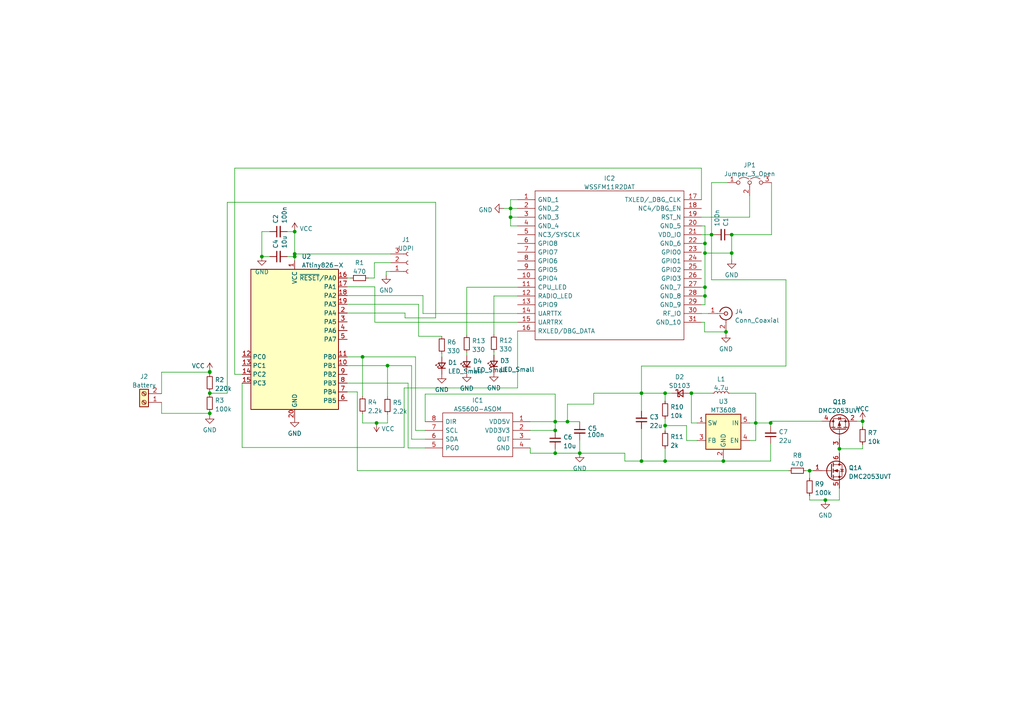
<source format=kicad_sch>
(kicad_sch (version 20211123) (generator eeschema)
  (paper "A4")
  (lib_symbols
    (symbol "AS5600-ASOM:AS5600-ASOM" (pin_names (offset 0.762))
      (property "Reference" "IC" (at 26.67 7.62 0))
      (property "Value" "AS5600-ASOM" (at 26.67 5.08 0))
      (symbol "AS5600-ASOM_0_0"
        (pin passive line (at 0 0 0) (length 5.08) (name "VDD5V") (number "1"))
        (pin passive line (at 0 -2.54 0) (length 5.08) (name "VDD3V3") (number "2"))
        (pin passive line (at 0 -5.08 0) (length 5.08) (name "OUT") (number "3"))
        (pin passive line (at 0 -7.62 0) (length 5.08) (name "GND") (number "4"))
        (pin passive line (at 30.48 -7.62 180) (length 5.08) (name "PGO") (number "5"))
        (pin passive line (at 30.48 -5.08 180) (length 5.08) (name "SDA") (number "6"))
        (pin passive line (at 30.48 -2.54 180) (length 5.08) (name "SCL") (number "7"))
        (pin passive line (at 30.48 0 180) (length 5.08) (name "DIR") (number "8"))
      )
      (symbol "AS5600-ASOM_0_1"
        (polyline (pts (xy 5.08 2.54) (xy 25.4 2.54) (xy 25.4 -10.16) (xy 5.08 -10.16) (xy 5.08 2.54)) (stroke (width 0.1524)))
      )
    )
    (symbol "Connector:Conn_01x03_Female" (pin_names (offset 1.016) hide)
      (property "Reference" "J" (at 0 5.08 0))
      (property "Value" "Conn_01x03_Female" (at 0 -5.08 0))
      (symbol "Conn_01x03_Female_1_1"
        (arc (start 0 -2.032) (mid -0.508 -2.54) (end 0 -3.048) (stroke (width 0.1524)))
        (polyline (pts (xy -1.27 -2.54) (xy -0.508 -2.54)) (stroke (width 0.1524)))
        (polyline (pts (xy -1.27 0) (xy -0.508 0)) (stroke (width 0.1524)))
        (polyline (pts (xy -1.27 2.54) (xy -0.508 2.54)) (stroke (width 0.1524)))
        (arc (start 0 0.508) (mid -0.508 0) (end 0 -0.508) (stroke (width 0.1524)))
        (arc (start 0 3.048) (mid -0.508 2.54) (end 0 2.032) (stroke (width 0.1524)))
        (pin passive line (at -5.08 2.54 0) (length 3.81) (name "Pin_1") (number "1"))
        (pin passive line (at -5.08 0 0) (length 3.81) (name "Pin_2") (number "2"))
        (pin passive line (at -5.08 -2.54 0) (length 3.81) (name "Pin_3") (number "3"))
      )
    )
    (symbol "Connector:Conn_Coaxial" (pin_names (offset 1.016) hide)
      (property "Reference" "J" (at 0.254 3.048 0))
      (property "Value" "Conn_Coaxial" (at 2.921 0 90))
      (symbol "Conn_Coaxial_0_1"
        (arc (start -1.778 -0.508) (mid 0.2311 -1.8066) (end 1.778 0) (stroke (width 0.254)))
        (polyline (pts (xy -2.54 0) (xy -0.508 0)))
        (polyline (pts (xy 0 -2.54) (xy 0 -1.778)))
        (circle (center 0 0) (radius 0.508) (stroke (width 0.2032)))
        (arc (start 1.778 0) (mid 0.2099 1.8101) (end -1.778 0.508) (stroke (width 0.254)))
      )
      (symbol "Conn_Coaxial_1_1"
        (pin passive line (at -5.08 0 0) (length 2.54) (name "In") (number "1"))
        (pin passive line (at 0 -5.08 90) (length 2.54) (name "Ext") (number "2"))
      )
    )
    (symbol "Connector:Screw_Terminal_01x02" (pin_names (offset 1.016) hide)
      (property "Reference" "J" (at 0 2.54 0))
      (property "Value" "Screw_Terminal_01x02" (at 0 -5.08 0))
      (symbol "Screw_Terminal_01x02_1_1"
        (rectangle (start -1.27 1.27) (end 1.27 -3.81) (stroke (width 0.254)) (fill (type background)))
        (circle (center 0 -2.54) (radius 0.635) (stroke (width 0.1524)))
        (polyline (pts (xy -0.5334 -2.2098) (xy 0.3302 -3.048)) (stroke (width 0.1524)))
        (polyline (pts (xy -0.5334 0.3302) (xy 0.3302 -0.508)) (stroke (width 0.1524)))
        (polyline (pts (xy -0.3556 -2.032) (xy 0.508 -2.8702)) (stroke (width 0.1524)))
        (polyline (pts (xy -0.3556 0.508) (xy 0.508 -0.3302)) (stroke (width 0.1524)))
        (circle (center 0 0) (radius 0.635) (stroke (width 0.1524)))
        (pin passive line (at -5.08 0 0) (length 3.81) (name "Pin_1") (number "1"))
        (pin passive line (at -5.08 -2.54 0) (length 3.81) (name "Pin_2") (number "2"))
      )
    )
    (symbol "Device:C_Small" (pin_numbers hide) (pin_names (offset 0.254) hide)
      (property "Reference" "C" (at 0.254 1.778 0))
      (property "Value" "C_Small" (at 0.254 -2.032 0))
      (symbol "C_Small_0_1"
        (polyline (pts (xy -1.524 -0.508) (xy 1.524 -0.508)) (stroke (width 0.3302)))
        (polyline (pts (xy -1.524 0.508) (xy 1.524 0.508)) (stroke (width 0.3048)))
      )
      (symbol "C_Small_1_1"
        (pin passive line (at 0 2.54 270) (length 2.032) (name "~") (number "1"))
        (pin passive line (at 0 -2.54 90) (length 2.032) (name "~") (number "2"))
      )
    )
    (symbol "Device:D_Schottky_Small" (pin_numbers hide) (pin_names (offset 0.254) hide)
      (property "Reference" "D" (at -1.27 2.032 0))
      (property "Value" "D_Schottky_Small" (at -7.112 -2.032 0))
      (symbol "D_Schottky_Small_0_1"
        (polyline (pts (xy -0.762 0) (xy 0.762 0)))
        (polyline (pts (xy 0.762 -1.016) (xy -0.762 0) (xy 0.762 1.016) (xy 0.762 -1.016)) (stroke (width 0.254)))
        (polyline (pts (xy -1.27 0.762) (xy -1.27 1.016) (xy -0.762 1.016) (xy -0.762 -1.016) (xy -0.254 -1.016) (xy -0.254 -0.762)) (stroke (width 0.254)))
      )
      (symbol "D_Schottky_Small_1_1"
        (pin passive line (at -2.54 0 0) (length 1.778) (name "K") (number "1"))
        (pin passive line (at 2.54 0 180) (length 1.778) (name "A") (number "2"))
      )
    )
    (symbol "Device:LED_Small" (pin_numbers hide) (pin_names (offset 0.254) hide)
      (property "Reference" "D" (at -1.27 3.175 0))
      (property "Value" "LED_Small" (at -4.445 -2.54 0))
      (symbol "LED_Small_0_1"
        (polyline (pts (xy -0.762 -1.016) (xy -0.762 1.016)) (stroke (width 0.254)))
        (polyline (pts (xy 1.016 0) (xy -0.762 0)))
        (polyline (pts (xy 0.762 -1.016) (xy -0.762 0) (xy 0.762 1.016) (xy 0.762 -1.016)) (stroke (width 0.254)))
        (polyline (pts (xy 0 0.762) (xy -0.508 1.27) (xy -0.254 1.27) (xy -0.508 1.27) (xy -0.508 1.016)))
        (polyline (pts (xy 0.508 1.27) (xy 0 1.778) (xy 0.254 1.778) (xy 0 1.778) (xy 0 1.524)))
      )
      (symbol "LED_Small_1_1"
        (pin passive line (at -2.54 0 0) (length 1.778) (name "K") (number "1"))
        (pin passive line (at 2.54 0 180) (length 1.778) (name "A") (number "2"))
      )
    )
    (symbol "Device:L_Small" (pin_numbers hide) (pin_names (offset 0.254) hide)
      (property "Reference" "L" (at 0.762 1.016 0))
      (property "Value" "L_Small" (at 0.762 -1.016 0))
      (symbol "L_Small_0_1"
        (arc (start 0 -2.032) (mid 0.508 -1.524) (end 0 -1.016))
        (arc (start 0 -1.016) (mid 0.508 -0.508) (end 0 0))
        (arc (start 0 0) (mid 0.508 0.508) (end 0 1.016))
        (arc (start 0 1.016) (mid 0.508 1.524) (end 0 2.032))
      )
      (symbol "L_Small_1_1"
        (pin passive line (at 0 2.54 270) (length 0.508) (name "~") (number "1"))
        (pin passive line (at 0 -2.54 90) (length 0.508) (name "~") (number "2"))
      )
    )
    (symbol "Device:R_Small" (pin_numbers hide) (pin_names (offset 0.254) hide)
      (property "Reference" "R" (at 0.762 0.508 0))
      (property "Value" "R_Small" (at 0.762 -1.016 0))
      (symbol "R_Small_0_1"
        (rectangle (start -0.762 1.778) (end 0.762 -1.778) (stroke (width 0.2032)))
      )
      (symbol "R_Small_1_1"
        (pin passive line (at 0 2.54 270) (length 0.762) (name "~") (number "1"))
        (pin passive line (at 0 -2.54 90) (length 0.762) (name "~") (number "2"))
      )
    )
    (symbol "Jumper:Jumper_3_Open" (pin_names (offset 0) hide)
      (property "Reference" "JP" (at -2.54 -2.54 0))
      (property "Value" "Jumper_3_Open" (at 0 2.794 0))
      (symbol "Jumper_3_Open_0_0"
        (circle (center -3.302 0) (radius 0.508))
        (circle (center 0 0) (radius 0.508))
        (circle (center 3.302 0) (radius 0.508))
      )
      (symbol "Jumper_3_Open_0_1"
        (arc (start -0.254 1.016) (mid -1.651 1.4992) (end -3.048 1.016))
        (polyline (pts (xy 0 -0.508) (xy 0 -1.27)))
        (arc (start 3.048 1.016) (mid 1.651 1.4992) (end 0.254 1.016))
      )
      (symbol "Jumper_3_Open_1_1"
        (pin passive line (at -6.35 0 0) (length 2.54) (name "A") (number "1"))
        (pin passive line (at 0 -3.81 90) (length 2.54) (name "C") (number "2"))
        (pin passive line (at 6.35 0 180) (length 2.54) (name "B") (number "3"))
      )
    )
    (symbol "MCU_Microchip_ATtiny:ATtiny826-X"
      (property "Reference" "U" (at -12.7 21.59 0))
      (property "Value" "ATtiny826-X" (at 2.54 -21.59 0))
      (symbol "ATtiny826-X_0_1"
        (rectangle (start -12.7 -20.32) (end 12.7 20.32) (stroke (width 0.254)) (fill (type background)))
      )
      (symbol "ATtiny826-X_1_1"
        (pin power_in line (at 0 22.86 270) (length 2.54) (name "VCC") (number "1"))
        (pin bidirectional line (at 15.24 -7.62 180) (length 2.54) (name "PB1") (number "10"))
        (pin bidirectional line (at 15.24 -5.08 180) (length 2.54) (name "PB0") (number "11"))
        (pin bidirectional line (at -15.24 -5.08 0) (length 2.54) (name "PC0") (number "12"))
        (pin bidirectional line (at -15.24 -7.62 0) (length 2.54) (name "PC1") (number "13"))
        (pin bidirectional line (at -15.24 -10.16 0) (length 2.54) (name "PC2") (number "14"))
        (pin bidirectional line (at -15.24 -12.7 0) (length 2.54) (name "PC3") (number "15"))
        (pin bidirectional line (at 15.24 17.78 180) (length 2.54) (name "~{RESET}/PA0") (number "16"))
        (pin bidirectional line (at 15.24 15.24 180) (length 2.54) (name "PA1") (number "17"))
        (pin bidirectional line (at 15.24 12.7 180) (length 2.54) (name "PA2") (number "18"))
        (pin bidirectional line (at 15.24 10.16 180) (length 2.54) (name "PA3") (number "19"))
        (pin bidirectional line (at 15.24 7.62 180) (length 2.54) (name "PA4") (number "2"))
        (pin power_in line (at 0 -22.86 90) (length 2.54) (name "GND") (number "20"))
        (pin bidirectional line (at 15.24 5.08 180) (length 2.54) (name "PA5") (number "3"))
        (pin bidirectional line (at 15.24 2.54 180) (length 2.54) (name "PA6") (number "4"))
        (pin bidirectional line (at 15.24 0 180) (length 2.54) (name "PA7") (number "5"))
        (pin bidirectional line (at 15.24 -17.78 180) (length 2.54) (name "PB5") (number "6"))
        (pin bidirectional line (at 15.24 -15.24 180) (length 2.54) (name "PB4") (number "7"))
        (pin bidirectional line (at 15.24 -12.7 180) (length 2.54) (name "PB3") (number "8"))
        (pin bidirectional line (at 15.24 -10.16 180) (length 2.54) (name "PB2") (number "9"))
      )
    )
    (symbol "Regulator_Switching:MT3608"
      (property "Reference" "U" (at -2.54 8.89 0))
      (property "Value" "MT3608" (at -3.81 6.35 0))
      (symbol "MT3608_0_1"
        (rectangle (start -5.08 5.08) (end 5.08 -5.08) (stroke (width 0.254)) (fill (type background)))
      )
      (symbol "MT3608_1_1"
        (pin passive line (at 7.62 2.54 180) (length 2.54) (name "SW") (number "1"))
        (pin power_in line (at 0 -7.62 90) (length 2.54) (name "GND") (number "2"))
        (pin input line (at 7.62 -2.54 180) (length 2.54) (name "FB") (number "3"))
        (pin input line (at -7.62 -2.54 0) (length 2.54) (name "EN") (number "4"))
        (pin power_in line (at -7.62 2.54 0) (length 2.54) (name "IN") (number "5"))
        (pin no_connect line (at 5.08 0 180) (length 2.54) hide (name "NC") (number "6"))
      )
    )
    (symbol "Transistor_FET:DMC2053UVT" (pin_names hide)
      (property "Reference" "Q" (at 3.175 1.27 0))
      (property "Value" "DMC2053UVT" (at 3.175 -1.27 0))
      (symbol "DMC2053UVT_0_1"
        (circle (center -0.889 0) (radius 2.794) (stroke (width 0.254)))
        (circle (center 0 -1.778) (radius 0.254) (fill (type outline)))
        (polyline (pts (xy -2.286 0) (xy -5.08 0)))
        (polyline (pts (xy -2.286 1.905) (xy -2.286 -1.905)) (stroke (width 0.254)))
        (polyline (pts (xy -1.778 -1.27) (xy -1.778 -2.286)) (stroke (width 0.254)))
        (polyline (pts (xy -1.778 0.508) (xy -1.778 -0.508)) (stroke (width 0.254)))
        (polyline (pts (xy -1.778 2.286) (xy -1.778 1.27)) (stroke (width 0.254)))
        (polyline (pts (xy 0 2.54) (xy 0 1.778)))
        (polyline (pts (xy 0 -2.54) (xy 0 0) (xy -1.778 0)))
        (polyline (pts (xy -1.778 -1.778) (xy 0.762 -1.778) (xy 0.762 1.778) (xy -1.778 1.778)))
        (circle (center 0 1.778) (radius 0.254) (fill (type outline)))
      )
      (symbol "DMC2053UVT_1_1"
        (polyline (pts (xy -1.524 0) (xy -0.508 0.381) (xy -0.508 -0.381) (xy -1.524 0)) (fill (type outline)))
        (polyline (pts (xy 0.254 0.508) (xy 0.381 0.381) (xy 1.143 0.381) (xy 1.27 0.254)))
        (polyline (pts (xy 0.762 0.381) (xy 0.381 -0.254) (xy 1.143 -0.254) (xy 0.762 0.381)))
        (pin passive line (at -7.62 0 0) (length 2.54) (name "G") (number "1"))
        (pin passive line (at 0 -5.08 90) (length 2.54) (name "S") (number "5"))
        (pin passive line (at 0 5.08 270) (length 2.54) (name "D") (number "6"))
      )
      (symbol "DMC2053UVT_2_1"
        (polyline (pts (xy -0.254 0) (xy -1.27 0.381) (xy -1.27 -0.381) (xy -0.254 0)) (fill (type outline)))
        (polyline (pts (xy 0.254 -0.508) (xy 0.381 -0.381) (xy 1.143 -0.381) (xy 1.27 -0.254)))
        (polyline (pts (xy 0.762 -0.381) (xy 0.381 0.254) (xy 1.143 0.254) (xy 0.762 -0.381)))
        (pin passive line (at 0 -5.08 90) (length 2.54) (name "S") (number "2"))
        (pin passive line (at -7.62 0 0) (length 2.54) (name "G") (number "3"))
        (pin passive line (at 0 5.08 270) (length 2.54) (name "D") (number "4"))
      )
    )
    (symbol "WSSFM11R2DAT:WSSFM11R2DAT" (pin_names (offset 0.762))
      (property "Reference" "IC" (at 49.53 7.62 0))
      (property "Value" "WSSFM11R2DAT" (at 49.53 5.08 0))
      (symbol "WSSFM11R2DAT_0_0"
        (pin passive line (at 0 0 0) (length 5.08) (name "GND_1") (number "1"))
        (pin passive line (at 0 -22.86 0) (length 5.08) (name "GPIO4") (number "10"))
        (pin passive line (at 0 -25.4 0) (length 5.08) (name "CPU_LED") (number "11"))
        (pin passive line (at 0 -27.94 0) (length 5.08) (name "RADIO_LED") (number "12"))
        (pin passive line (at 0 -30.48 0) (length 5.08) (name "GPIO9") (number "13"))
        (pin passive line (at 0 -33.02 0) (length 5.08) (name "UARTTX") (number "14"))
        (pin passive line (at 0 -35.56 0) (length 5.08) (name "UARTRX") (number "15"))
        (pin passive line (at 0 -38.1 0) (length 5.08) (name "RXLED/DBG_DATA") (number "16"))
        (pin passive line (at 53.34 0 180) (length 5.08) (name "TXLED/_DBG_CLK") (number "17"))
        (pin passive line (at 53.34 -2.54 180) (length 5.08) (name "NC4/DBG_EN") (number "18"))
        (pin passive line (at 53.34 -5.08 180) (length 5.08) (name "RST_N") (number "19"))
        (pin passive line (at 0 -2.54 0) (length 5.08) (name "GND_2") (number "2"))
        (pin passive line (at 53.34 -7.62 180) (length 5.08) (name "GND_5") (number "20"))
        (pin passive line (at 53.34 -10.16 180) (length 5.08) (name "VDD_IO") (number "21"))
        (pin passive line (at 53.34 -12.7 180) (length 5.08) (name "GND_6") (number "22"))
        (pin passive line (at 53.34 -15.24 180) (length 5.08) (name "GPIO0") (number "23"))
        (pin passive line (at 53.34 -17.78 180) (length 5.08) (name "GPIO1") (number "24"))
        (pin passive line (at 53.34 -20.32 180) (length 5.08) (name "GPIO2") (number "25"))
        (pin passive line (at 53.34 -22.86 180) (length 5.08) (name "GPIO3") (number "26"))
        (pin passive line (at 53.34 -25.4 180) (length 5.08) (name "GND_7") (number "27"))
        (pin passive line (at 53.34 -27.94 180) (length 5.08) (name "GND_8") (number "28"))
        (pin passive line (at 53.34 -30.48 180) (length 5.08) (name "GND_9") (number "29"))
        (pin passive line (at 0 -5.08 0) (length 5.08) (name "GND_3") (number "3"))
        (pin passive line (at 53.34 -33.02 180) (length 5.08) (name "RF_IO") (number "30"))
        (pin passive line (at 53.34 -35.56 180) (length 5.08) (name "GND_10") (number "31"))
        (pin passive line (at 0 -7.62 0) (length 5.08) (name "GND_4") (number "4"))
        (pin passive line (at 0 -10.16 0) (length 5.08) (name "NC3/SYSCLK") (number "5"))
        (pin passive line (at 0 -12.7 0) (length 5.08) (name "GPIO8") (number "6"))
        (pin passive line (at 0 -15.24 0) (length 5.08) (name "GPIO7") (number "7"))
        (pin passive line (at 0 -17.78 0) (length 5.08) (name "GPIO6") (number "8"))
        (pin passive line (at 0 -20.32 0) (length 5.08) (name "GPIO5") (number "9"))
      )
      (symbol "WSSFM11R2DAT_0_1"
        (polyline (pts (xy 5.08 2.54) (xy 48.26 2.54) (xy 48.26 -40.64) (xy 5.08 -40.64) (xy 5.08 2.54)) (stroke (width 0.1524)))
      )
    )
    (symbol "power:GND" (power) (pin_names (offset 0))
      (property "Value" "GND" (at 0 -3.81 0))
      (symbol "GND_0_1"
        (polyline (pts (xy 0 0) (xy 0 -1.27) (xy 1.27 -1.27) (xy 0 -2.54) (xy -1.27 -1.27) (xy 0 -1.27)))
      )
      (symbol "GND_1_1"
        (pin power_in line (at 0 0 270) (length 0) hide (name "GND") (number "1"))
      )
    )
    (symbol "power:VCC" (power) (pin_names (offset 0))
      (property "Value" "VCC" (at 0 3.81 0))
      (symbol "VCC_0_1"
        (polyline (pts (xy -0.762 1.27) (xy 0 2.54)))
        (polyline (pts (xy 0 0) (xy 0 2.54)))
        (polyline (pts (xy 0 2.54) (xy 0.762 1.27)))
      )
      (symbol "VCC_1_1"
        (pin power_in line (at 0 0 90) (length 0) hide (name "VCC") (number "1"))
      )
    )
  )
  (junction (at 204.47 83.312))
  (junction (at 250.19 122.174))
  (junction (at 85.471 73.66))
  (junction (at 148.082 62.992))
  (junction (at 239.395 145.034))
  (junction (at 112.395 106.045))
  (junction (at 223.52 122.682))
  (junction (at 204.47 70.612))
  (junction (at 186.055 133.731))
  (junction (at 206.375 68.072))
  (junction (at 60.833 119.888))
  (junction (at 210.566 96.266))
  (junction (at 200.533 114.046))
  (junction (at 192.913 123.444))
  (junction (at 234.823 136.525))
  (junction (at 168.148 131.445))
  (junction (at 219.202 122.682))
  (junction (at 105.156 103.505))
  (junction (at 148.082 60.452))
  (junction (at 85.471 74.422))
  (junction (at 209.804 133.731))
  (junction (at 161.036 122.301))
  (junction (at 109.22 122.682))
  (junction (at 212.217 73.406))
  (junction (at 161.036 124.841))
  (junction (at 164.592 122.301))
  (junction (at 75.946 74.422))
  (junction (at 212.217 68.072))
  (junction (at 186.055 114.046))
  (junction (at 192.913 114.046))
  (junction (at 60.833 114.046))
  (junction (at 192.913 133.731))
  (junction (at 60.833 107.823))
  (junction (at 85.471 67.183))
  (junction (at 60.833 107.95))
  (junction (at 161.036 131.445))
  (junction (at 243.459 130.175))
  (junction (at 204.47 85.852))
  (junction (at 204.47 73.406))
  (wire (pts (xy 135.382 102.235) (xy 135.382 103.124)))
  (wire (pts (xy 46.863 114.173) (xy 46.863 107.95)))
  (wire (pts (xy 204.47 83.312) (xy 204.47 85.852)))
  (wire (pts (xy 112.395 122.682) (xy 109.22 122.682)))
  (wire (pts (xy 105.156 103.505) (xy 105.156 114.935)))
  (wire (pts (xy 243.459 141.605) (xy 243.459 145.034)))
  (wire (pts (xy 203.454 85.852) (xy 204.47 85.852)))
  (wire (pts (xy 210.566 96.266) (xy 210.566 96.774)))
  (wire (pts (xy 75.946 67.183) (xy 75.946 74.422)))
  (wire (pts (xy 150.114 93.472) (xy 108.712 93.472)))
  (wire (pts (xy 68.072 48.768) (xy 203.454 48.768)))
  (wire (pts (xy 121.412 97.536) (xy 121.412 88.265)))
  (wire (pts (xy 46.863 107.95) (xy 60.833 107.95)))
  (wire (pts (xy 206.375 68.072) (xy 207.137 68.072)))
  (wire (pts (xy 168.148 131.445) (xy 181.229 131.445)))
  (wire (pts (xy 60.833 119.888) (xy 60.833 120.269)))
  (wire (pts (xy 239.395 145.034) (xy 234.823 145.034)))
  (wire (pts (xy 192.913 130.048) (xy 192.913 133.731)))
  (wire (pts (xy 203.454 65.532) (xy 204.47 65.532)))
  (wire (pts (xy 192.913 133.731) (xy 209.804 133.731)))
  (wire (pts (xy 65.913 114.046) (xy 60.833 114.046)))
  (wire (pts (xy 228.727 136.525) (xy 103.632 136.525)))
  (wire (pts (xy 234.823 136.525) (xy 234.823 138.684)))
  (wire (pts (xy 108.585 76.2) (xy 108.585 80.645)))
  (wire (pts (xy 122.682 85.725) (xy 100.711 85.725)))
  (wire (pts (xy 223.52 122.174) (xy 223.52 122.682)))
  (wire (pts (xy 204.47 65.532) (xy 204.47 70.612)))
  (wire (pts (xy 146.05 60.452) (xy 148.082 60.452)))
  (wire (pts (xy 250.19 123.825) (xy 250.19 122.174)))
  (wire (pts (xy 219.202 122.682) (xy 223.52 122.682)))
  (wire (pts (xy 85.471 67.183) (xy 83.312 67.183)))
  (wire (pts (xy 123.317 127.381) (xy 119.38 127.381)))
  (wire (pts (xy 206.629 114.046) (xy 200.533 114.046)))
  (wire (pts (xy 172.212 114.046) (xy 172.212 117.221)))
  (wire (pts (xy 117.221 112.522) (xy 117.221 129.794)))
  (wire (pts (xy 128.143 102.616) (xy 128.143 103.505)))
  (wire (pts (xy 164.592 117.221) (xy 172.212 117.221)))
  (wire (pts (xy 217.424 127.762) (xy 219.202 127.762)))
  (wire (pts (xy 153.797 129.921) (xy 153.797 131.445)))
  (wire (pts (xy 85.471 73.66) (xy 85.471 74.422)))
  (wire (pts (xy 223.774 68.072) (xy 212.217 68.072)))
  (wire (pts (xy 206.375 52.959) (xy 211.074 52.959)))
  (wire (pts (xy 112.014 78.74) (xy 113.284 78.74)))
  (wire (pts (xy 164.592 122.301) (xy 164.592 117.221)))
  (wire (pts (xy 206.375 68.072) (xy 206.375 52.959)))
  (wire (pts (xy 122.682 90.932) (xy 122.682 85.725)))
  (wire (pts (xy 203.454 90.932) (xy 205.486 90.932)))
  (wire (pts (xy 168.148 131.445) (xy 168.148 127.635)))
  (wire (pts (xy 46.863 119.888) (xy 60.833 119.888)))
  (wire (pts (xy 199.136 127.762) (xy 199.136 123.444)))
  (wire (pts (xy 250.19 130.175) (xy 243.459 130.175)))
  (wire (pts (xy 153.797 122.301) (xy 161.036 122.301)))
  (wire (pts (xy 108.712 93.472) (xy 108.712 83.185)))
  (wire (pts (xy 192.913 114.046) (xy 194.818 114.046)))
  (wire (pts (xy 161.036 131.445) (xy 168.148 131.445)))
  (wire (pts (xy 223.52 133.731) (xy 209.804 133.731)))
  (wire (pts (xy 121.412 88.265) (xy 100.711 88.265)))
  (wire (pts (xy 112.395 120.142) (xy 112.395 122.682)))
  (wire (pts (xy 204.47 70.612) (xy 204.47 73.406)))
  (wire (pts (xy 148.082 62.992) (xy 150.114 62.992)))
  (wire (pts (xy 148.082 65.532) (xy 148.082 62.992)))
  (wire (pts (xy 219.202 114.046) (xy 219.202 122.682)))
  (wire (pts (xy 103.632 136.525) (xy 103.632 113.665)))
  (wire (pts (xy 112.014 79.756) (xy 112.014 78.74)))
  (wire (pts (xy 150.114 90.932) (xy 122.682 90.932)))
  (wire (pts (xy 113.284 76.2) (xy 108.585 76.2)))
  (wire (pts (xy 126.365 58.674) (xy 126.365 92.202)))
  (wire (pts (xy 148.082 60.452) (xy 150.114 60.452)))
  (wire (pts (xy 118.364 129.921) (xy 118.364 111.125)))
  (wire (pts (xy 204.343 96.266) (xy 210.566 96.266)))
  (wire (pts (xy 217.424 62.992) (xy 217.424 56.769)))
  (wire (pts (xy 164.592 122.301) (xy 168.148 122.301)))
  (wire (pts (xy 143.256 97.028) (xy 143.256 85.852)))
  (wire (pts (xy 153.797 124.841) (xy 161.036 124.841)))
  (wire (pts (xy 65.913 58.674) (xy 126.365 58.674)))
  (wire (pts (xy 181.229 131.445) (xy 181.229 133.731)))
  (wire (pts (xy 200.533 122.682) (xy 202.184 122.682)))
  (wire (pts (xy 199.136 123.444) (xy 192.913 123.444)))
  (wire (pts (xy 143.256 85.852) (xy 150.114 85.852)))
  (wire (pts (xy 60.833 107.823) (xy 60.833 107.95)))
  (wire (pts (xy 109.22 122.682) (xy 105.156 122.682)))
  (wire (pts (xy 204.47 70.612) (xy 203.454 70.612)))
  (wire (pts (xy 60.833 113.538) (xy 60.833 114.046)))
  (wire (pts (xy 108.712 83.185) (xy 100.711 83.185)))
  (wire (pts (xy 192.913 121.412) (xy 192.913 123.444)))
  (wire (pts (xy 204.47 73.406) (xy 212.217 73.406)))
  (wire (pts (xy 250.19 128.905) (xy 250.19 130.175)))
  (wire (pts (xy 181.229 133.731) (xy 186.055 133.731)))
  (wire (pts (xy 203.454 83.312) (xy 204.47 83.312)))
  (wire (pts (xy 212.217 73.406) (xy 212.217 75.311)))
  (wire (pts (xy 123.317 124.841) (xy 120.523 124.841)))
  (wire (pts (xy 235.839 136.525) (xy 234.823 136.525)))
  (wire (pts (xy 233.807 136.525) (xy 234.823 136.525)))
  (wire (pts (xy 126.365 92.202) (xy 117.475 92.202)))
  (wire (pts (xy 250.19 122.174) (xy 248.539 122.174)))
  (wire (pts (xy 161.036 130.175) (xy 161.036 131.445)))
  (wire (pts (xy 219.202 122.682) (xy 217.424 122.682)))
  (wire (pts (xy 75.946 74.422) (xy 78.232 74.422)))
  (wire (pts (xy 68.072 108.585) (xy 70.231 108.585)))
  (wire (pts (xy 150.114 65.532) (xy 148.082 65.532)))
  (wire (pts (xy 150.114 112.522) (xy 117.221 112.522)))
  (wire (pts (xy 117.475 92.202) (xy 117.475 90.805)))
  (wire (pts (xy 60.833 119.507) (xy 60.833 119.888)))
  (wire (pts (xy 120.523 103.505) (xy 105.156 103.505)))
  (wire (pts (xy 223.52 128.651) (xy 223.52 133.731)))
  (wire (pts (xy 211.709 114.046) (xy 219.202 114.046)))
  (wire (pts (xy 206.375 81.153) (xy 227.965 81.153)))
  (wire (pts (xy 143.256 102.108) (xy 143.256 102.997)))
  (wire (pts (xy 168.148 122.301) (xy 168.148 122.555)))
  (wire (pts (xy 70.231 129.794) (xy 70.231 111.125)))
  (wire (pts (xy 200.533 114.046) (xy 200.533 122.682)))
  (wire (pts (xy 203.454 57.912) (xy 203.454 48.768)))
  (wire (pts (xy 83.312 74.422) (xy 85.471 74.422)))
  (wire (pts (xy 123.317 122.301) (xy 123.317 114.3)))
  (wire (pts (xy 118.364 129.921) (xy 123.317 129.921)))
  (wire (pts (xy 203.454 62.992) (xy 217.424 62.992)))
  (wire (pts (xy 172.212 114.046) (xy 186.055 114.046)))
  (wire (pts (xy 105.156 122.682) (xy 105.156 120.015)))
  (wire (pts (xy 117.475 90.805) (xy 100.711 90.805)))
  (wire (pts (xy 223.774 52.959) (xy 223.774 68.072)))
  (wire (pts (xy 161.036 122.301) (xy 161.036 124.841)))
  (wire (pts (xy 148.082 62.992) (xy 148.082 60.452)))
  (wire (pts (xy 85.471 74.422) (xy 85.471 75.565)))
  (wire (pts (xy 60.833 114.046) (xy 60.833 114.427)))
  (wire (pts (xy 234.823 145.034) (xy 234.823 143.764)))
  (wire (pts (xy 202.184 127.762) (xy 199.136 127.762)))
  (wire (pts (xy 204.47 88.392) (xy 203.454 88.392)))
  (wire (pts (xy 85.471 73.66) (xy 113.284 73.66)))
  (wire (pts (xy 148.082 60.452) (xy 148.082 57.912)))
  (wire (pts (xy 192.913 123.444) (xy 192.913 124.968)))
  (wire (pts (xy 227.965 81.153) (xy 227.965 106.172)))
  (wire (pts (xy 148.082 57.912) (xy 150.114 57.912)))
  (wire (pts (xy 204.47 85.852) (xy 204.47 88.392)))
  (wire (pts (xy 123.317 114.3) (xy 161.036 114.3)))
  (wire (pts (xy 199.898 114.046) (xy 200.533 114.046)))
  (wire (pts (xy 119.38 127.381) (xy 119.38 106.045)))
  (wire (pts (xy 60.833 107.95) (xy 60.833 108.458)))
  (wire (pts (xy 119.38 106.045) (xy 112.395 106.045)))
  (wire (pts (xy 78.232 67.183) (xy 75.946 67.183)))
  (wire (pts (xy 108.585 80.645) (xy 106.807 80.645)))
  (wire (pts (xy 118.364 111.125) (xy 100.711 111.125)))
  (wire (pts (xy 192.913 116.332) (xy 192.913 114.046)))
  (wire (pts (xy 223.52 122.682) (xy 223.52 123.571)))
  (wire (pts (xy 85.471 67.183) (xy 85.471 73.66)))
  (wire (pts (xy 103.632 113.665) (xy 100.711 113.665)))
  (wire (pts (xy 135.382 83.312) (xy 150.114 83.312)))
  (wire (pts (xy 186.055 133.731) (xy 192.913 133.731)))
  (wire (pts (xy 161.036 114.3) (xy 161.036 122.301)))
  (wire (pts (xy 219.202 127.762) (xy 219.202 122.682)))
  (wire (pts (xy 112.395 106.045) (xy 100.711 106.045)))
  (wire (pts (xy 203.454 68.072) (xy 206.375 68.072)))
  (wire (pts (xy 135.382 97.155) (xy 135.382 83.312)))
  (wire (pts (xy 65.913 58.674) (xy 65.913 114.046)))
  (wire (pts (xy 192.913 114.046) (xy 186.055 114.046)))
  (wire (pts (xy 204.343 93.472) (xy 204.343 96.266)))
  (wire (pts (xy 153.797 131.445) (xy 161.036 131.445)))
  (wire (pts (xy 203.454 93.472) (xy 204.343 93.472)))
  (wire (pts (xy 243.459 130.175) (xy 243.459 129.794)))
  (wire (pts (xy 243.459 145.034) (xy 239.395 145.034)))
  (wire (pts (xy 161.036 124.841) (xy 161.036 125.095)))
  (wire (pts (xy 150.114 96.012) (xy 150.114 112.522)))
  (wire (pts (xy 210.566 96.012) (xy 210.566 96.266)))
  (wire (pts (xy 186.055 106.172) (xy 186.055 114.046)))
  (wire (pts (xy 186.055 124.333) (xy 186.055 133.731)))
  (wire (pts (xy 227.965 106.172) (xy 186.055 106.172)))
  (wire (pts (xy 212.217 68.072) (xy 212.217 73.406)))
  (wire (pts (xy 117.221 129.794) (xy 70.231 129.794)))
  (wire (pts (xy 68.072 48.768) (xy 68.072 108.585)))
  (wire (pts (xy 105.156 103.505) (xy 100.711 103.505)))
  (wire (pts (xy 204.47 73.406) (xy 204.47 83.312)))
  (wire (pts (xy 120.523 124.841) (xy 120.523 103.505)))
  (wire (pts (xy 46.863 116.713) (xy 46.863 119.888)))
  (wire (pts (xy 243.459 130.175) (xy 243.459 131.445)))
  (wire (pts (xy 112.395 106.045) (xy 112.395 115.062)))
  (wire (pts (xy 161.036 122.301) (xy 164.592 122.301)))
  (wire (pts (xy 209.804 133.731) (xy 209.804 132.842)))
  (wire (pts (xy 223.52 122.174) (xy 238.379 122.174)))
  (wire (pts (xy 186.055 114.046) (xy 186.055 119.253)))
  (wire (pts (xy 128.143 97.536) (xy 121.412 97.536)))
  (wire (pts (xy 206.375 68.072) (xy 206.375 81.153)))
  (wire (pts (xy 100.711 80.645) (xy 101.727 80.645)))
  (symbol (lib_id "Device:LED_Small") (at 128.143 106.045 90) (unit 1)
    (property "Reference" "D1" (at 129.921 105.1468 90) (effects (justify right)))
    (property "Value" "LED_Small" (at 129.921 107.6837 90) (effects (justify right)))
    (property "Footprint" "LED_SMD:LED_0603_1608Metric_Pad1.05x0.95mm_HandSolder" (effects hide))
  )
  (symbol (lib_id "WSSFM11R2DAT:WSSFM11R2DAT") (at 150.114 57.912 0) (unit 1)
    (property "Reference" "IC2" (at 176.784 51.723 0))
    (property "Value" "WSSFM11R2DAT" (at 176.784 54.2599 0))
    (property "Footprint" "WSSFM11R2DAT:WSSFM11R2DAT" (effects hide))
    (property "Description" "SIGFOX DUAL MODE MODULE RC2 + RCZ4 EXCLU" (effects hide))
    (property "Height" "2.21" (effects hide))
    (property "Manufacturer_Name" "Wisol" (effects hide))
    (property "Manufacturer_Part_Number" "WSSFM11R2DAT" (effects hide))
  )
  (symbol (lib_id "Device:R_Small") (at 104.267 80.645 90) (unit 1)
    (property "Reference" "R1" (at 104.267 76.2086 90))
    (property "Value" "470" (at 104.267 78.7455 90))
    (property "Footprint" "Resistor_SMD:R_0805_2012Metric_Pad1.20x1.40mm_HandSolder" (effects hide))
  )
  (symbol (lib_id "MCU_Microchip_ATtiny:ATtiny826-X") (at 85.471 98.425 0) (unit 1)
    (property "Reference" "U2" (at 87.4904 74.4052 0) (effects (justify left)))
    (property "Value" "ATtiny826-X" (at 87.4904 76.9421 0) (effects (justify left)))
    (property "Footprint" "Package_SO:SSOP-20_5.3x7.2mm_P0.65mm" (effects hide))
    (property "Datasheet" "https://ww1.microchip.com/downloads/en/DeviceDoc/ATtiny424-426-427-824-826-827-DataSheet-DS40002311A.pdf" (effects hide))
  )
  (symbol (lib_id "Device:R_Small") (at 143.256 99.568 0) (unit 1)
    (property "Reference" "R12" (at 144.7546 98.7333 0) (effects (justify left)))
    (property "Value" "330" (at 144.7546 101.2702 0) (effects (justify left)))
    (property "Footprint" "Resistor_SMD:R_0805_2012Metric_Pad1.20x1.40mm_HandSolder" (effects hide))
  )
  (symbol (lib_id "Jumper:Jumper_3_Open") (at 217.424 52.959 0) (unit 1)
    (property "Reference" "JP1" (at 217.424 47.887 0))
    (property "Value" "Jumper_3_Open" (at 217.424 50.4239 0))
    (property "Footprint" "Jumper:SolderJumper-3_P1.3mm_Open_Pad1.0x1.5mm" (effects hide))
  )
  (symbol (lib_id "power:GND") (at 146.05 60.452 270) (unit 1)
    (property "Reference" "#PWR06" (effects hide))
    (property "Value" "GND" (at 142.8751 60.8858 90) (effects (justify right)))
  )
  (symbol (lib_id "Device:R_Small") (at 112.395 117.602 0) (unit 1)
    (property "Reference" "R5" (at 113.8936 116.7673 0) (effects (justify left)))
    (property "Value" "2.2k" (at 113.8936 119.3042 0) (effects (justify left)))
    (property "Footprint" "Resistor_SMD:R_0805_2012Metric_Pad1.20x1.40mm_HandSolder" (effects hide))
  )
  (symbol (lib_id "power:GND") (at 112.014 79.756 0) (unit 1)
    (property "Reference" "#PWR05" (effects hide))
    (property "Value" "GND" (at 112.014 84.1994 0))
  )
  (symbol (lib_id "power:VCC") (at 85.471 67.183 0) (unit 1)
    (property "Reference" "#PWR02" (effects hide))
    (property "Value" "VCC" (at 86.868 66.3468 0) (effects (justify left)))
  )
  (symbol (lib_id "Transistor_FET:DMC2053UVT") (at 243.459 122.174 90) (unit 2)
    (property "Reference" "Q1" (at 243.459 116.5692 90))
    (property "Value" "DMC2053UVT" (at 243.459 119.1061 90))
    (property "Footprint" "Package_TO_SOT_SMD:TSOT-23-6" (effects hide))
    (property "Datasheet" "https://www.diodes.com/assets/Datasheets/DMC2053UVT.pdf" (effects hide))
  )
  (symbol (lib_id "power:GND") (at 85.471 121.285 0) (unit 1)
    (property "Reference" "#PWR09" (effects hide))
    (property "Value" "GND" (at 85.471 125.7284 0))
  )
  (symbol (lib_id "Device:D_Schottky_Small") (at 197.358 114.046 0) (unit 1)
    (property "Reference" "D2" (at 197.104 109.3302 0))
    (property "Value" "SD103" (at 197.104 111.8671 0))
    (property "Footprint" "Diode_SMD:D_SOD-323_HandSoldering" (effects hide))
  )
  (symbol (lib_id "Device:C_Small") (at 80.772 74.422 90) (unit 1)
    (property "Reference" "C4" (at 79.9436 72.0979 0) (effects (justify left)))
    (property "Value" "10u" (at 82.4805 72.0979 0) (effects (justify left)))
    (property "Footprint" "Capacitor_SMD:C_0805_2012Metric_Pad1.18x1.45mm_HandSolder" (effects hide))
  )
  (symbol (lib_id "power:GND") (at 128.143 108.585 0) (unit 1)
    (property "Reference" "#PWR012" (effects hide))
    (property "Value" "GND" (at 128.143 113.0284 0))
  )
  (symbol (lib_id "Device:C_Small") (at 161.036 127.635 0) (unit 1)
    (property "Reference" "C6" (at 163.3601 126.8066 0) (effects (justify left)))
    (property "Value" "10u" (at 163.3601 129.3435 0) (effects (justify left)))
    (property "Footprint" "Capacitor_SMD:C_0805_2012Metric_Pad1.18x1.45mm_HandSolder" (effects hide))
  )
  (symbol (lib_id "power:GND") (at 75.946 74.422 0) (unit 1)
    (property "Reference" "#PWR04" (effects hide))
    (property "Value" "GND" (at 75.946 78.8654 0))
  )
  (symbol (lib_id "Connector:Screw_Terminal_01x02") (at 41.783 116.713 180) (unit 1)
    (property "Reference" "J2" (at 41.783 109.2032 0))
    (property "Value" "Battery" (at 41.783 111.7401 0))
    (property "Footprint" "Connector_PinHeader_2.54mm:PinHeader_1x02_P2.54mm_Horizontal" (effects hide))
  )
  (symbol (lib_id "Device:C_Small") (at 209.677 68.072 270) (mirror x) (unit 1)
    (property "Reference" "C1" (at 210.5054 65.7479 0) (effects (justify left)))
    (property "Value" "100n" (at 207.9685 65.7479 0) (effects (justify left)))
    (property "Footprint" "Capacitor_SMD:C_0805_2012Metric_Pad1.18x1.45mm_HandSolder" (effects hide))
  )
  (symbol (lib_id "Device:R_Small") (at 135.382 99.695 0) (unit 1)
    (property "Reference" "R13" (at 136.8806 98.8603 0) (effects (justify left)))
    (property "Value" "330" (at 136.8806 101.3972 0) (effects (justify left)))
    (property "Footprint" "Resistor_SMD:R_0805_2012Metric_Pad1.20x1.40mm_HandSolder" (effects hide))
  )
  (symbol (lib_id "power:VCC") (at 60.833 107.823 0) (unit 1)
    (property "Reference" "#PWR07" (effects hide))
    (property "Value" "VCC" (at 59.436 106.1192 0) (effects (justify right)))
  )
  (symbol (lib_id "Device:R_Small") (at 250.19 126.365 0) (unit 1)
    (property "Reference" "R7" (at 251.6886 125.5303 0) (effects (justify left)))
    (property "Value" "10k" (at 251.6886 128.0672 0) (effects (justify left)))
    (property "Footprint" "Resistor_SMD:R_0805_2012Metric_Pad1.20x1.40mm_HandSolder" (effects hide))
  )
  (symbol (lib_id "AS5600-ASOM:AS5600-ASOM") (at 153.797 122.301 0) (mirror y) (unit 1)
    (property "Reference" "IC1" (at 138.557 116.112 0))
    (property "Value" "AS5600-ASOM" (at 138.557 118.6489 0))
    (property "Footprint" "AS5600-ASOM:SOIC127P600X175-8N" (effects hide))
    (property "Datasheet" "https://datasheet.datasheetarchive.com/originals/distributors/DKDS-11/214624.pdf" (effects hide))
    (property "Description" "IC SENSOR MAG ROTARY 12BIT 8SOIC" (effects hide))
    (property "Height" "1.75" (effects hide))
    (property "Manufacturer_Name" "ams" (effects hide))
    (property "Manufacturer_Part_Number" "AS5600-ASOM" (effects hide))
    (property "Mouser Part Number" "985-AS5600-ASOM" (effects hide))
    (property "Mouser Price/Stock" "https://www.mouser.co.uk/ProductDetail/ams/AS5600-ASOM?qs=KTMMzrZdriG6aU1h9lJCUQ%3D%3D" (effects hide))
    (property "Arrow Part Number" "AS5600-ASOM" (effects hide))
    (property "Arrow Price/Stock" "https://www.arrow.com/en/products/as5600-asom/ams-ag?region=nac" (effects hide))
  )
  (symbol (lib_id "power:GND") (at 60.833 120.269 0) (unit 1)
    (property "Reference" "#PWR08" (effects hide))
    (property "Value" "GND" (at 60.833 124.7124 0))
  )
  (symbol (lib_id "Connector:Conn_Coaxial") (at 210.566 90.932 0) (unit 1)
    (property "Reference" "J4" (at 213.106 90.3905 0) (effects (justify left)))
    (property "Value" "Conn_Coaxial" (at 213.106 92.9274 0) (effects (justify left)))
    (property "Footprint" "Connector_Coaxial:SMA_Samtec_SMA-J-P-X-ST-EM1_EdgeMount" (effects hide))
    (property "Datasheet" " ~" (effects hide))
  )
  (symbol (lib_id "Device:R_Small") (at 234.823 141.224 0) (unit 1)
    (property "Reference" "R9" (at 236.3216 140.3893 0) (effects (justify left)))
    (property "Value" "100k" (at 236.3216 142.9262 0) (effects (justify left)))
    (property "Footprint" "Resistor_SMD:R_0805_2012Metric_Pad1.20x1.40mm_HandSolder" (effects hide))
  )
  (symbol (lib_id "power:GND") (at 143.256 108.077 0) (unit 1)
    (property "Reference" "#PWR01" (effects hide))
    (property "Value" "GND" (at 143.256 112.5204 0))
  )
  (symbol (lib_id "Device:LED_Small") (at 135.382 105.664 90) (unit 1)
    (property "Reference" "D4" (at 137.16 104.7658 90) (effects (justify right)))
    (property "Value" "LED_Small" (at 137.16 107.3027 90) (effects (justify right)))
    (property "Footprint" "LED_SMD:LED_0603_1608Metric_Pad1.05x0.95mm_HandSolder" (effects hide))
  )
  (symbol (lib_id "power:VCC") (at 250.19 122.174 0) (unit 1)
    (property "Reference" "#PWR010" (effects hide))
    (property "Value" "VCC" (at 250.19 118.5982 0))
  )
  (symbol (lib_id "power:GND") (at 210.566 96.774 0) (unit 1)
    (property "Reference" "#PWR015" (effects hide))
    (property "Value" "GND" (at 210.566 101.2174 0))
  )
  (symbol (lib_id "power:GND") (at 212.217 75.311 0) (mirror y) (unit 1)
    (property "Reference" "#PWR03" (effects hide))
    (property "Value" "GND" (at 212.217 79.7544 0))
  )
  (symbol (lib_id "Device:C_Small") (at 168.148 125.095 0) (unit 1)
    (property "Reference" "C5" (at 170.4721 124.2666 0) (effects (justify left)))
    (property "Value" "100n" (at 170.307 126.111 0) (effects (justify left)))
    (property "Footprint" "Capacitor_SMD:C_0805_2012Metric_Pad1.18x1.45mm_HandSolder" (effects hide))
  )
  (symbol (lib_id "Device:R_Small") (at 60.833 110.998 180) (unit 1)
    (property "Reference" "R2" (at 62.3316 110.1633 0) (effects (justify right)))
    (property "Value" "220k" (at 62.3316 112.7002 0) (effects (justify right)))
    (property "Footprint" "Resistor_SMD:R_0805_2012Metric_Pad1.20x1.40mm_HandSolder" (effects hide))
  )
  (symbol (lib_id "Device:R_Small") (at 192.913 118.872 180) (unit 1)
    (property "Reference" "R10" (at 194.4116 118.0373 0) (effects (justify right)))
    (property "Value" "10k" (at 194.4116 120.5742 0) (effects (justify right)))
    (property "Footprint" "Resistor_SMD:R_0805_2012Metric_Pad1.20x1.40mm_HandSolder" (effects hide))
  )
  (symbol (lib_id "Device:R_Small") (at 128.143 100.076 0) (unit 1)
    (property "Reference" "R6" (at 129.6416 99.2413 0) (effects (justify left)))
    (property "Value" "330" (at 129.6416 101.7782 0) (effects (justify left)))
    (property "Footprint" "Resistor_SMD:R_0805_2012Metric_Pad1.20x1.40mm_HandSolder" (effects hide))
  )
  (symbol (lib_id "Connector:Conn_01x03_Female") (at 118.364 76.2 0) (mirror x) (unit 1)
    (property "Reference" "J1" (at 117.729 69.503 0))
    (property "Value" "UDPI" (at 117.729 72.0399 0))
    (property "Footprint" "Connector_PinHeader_2.54mm:PinHeader_1x03_P2.54mm_Vertical" (effects hide))
  )
  (symbol (lib_id "Device:R_Small") (at 231.267 136.525 90) (unit 1)
    (property "Reference" "R8" (at 231.267 132.0886 90))
    (property "Value" "470" (at 231.267 134.6255 90))
    (property "Footprint" "Resistor_SMD:R_0805_2012Metric_Pad1.20x1.40mm_HandSolder" (effects hide))
  )
  (symbol (lib_id "Device:LED_Small") (at 143.256 105.537 90) (unit 1)
    (property "Reference" "D3" (at 145.034 104.6388 90) (effects (justify right)))
    (property "Value" "LED_Small" (at 145.034 107.1757 90) (effects (justify right)))
    (property "Footprint" "LED_SMD:LED_0603_1608Metric_Pad1.05x0.95mm_HandSolder" (effects hide))
  )
  (symbol (lib_id "Device:L_Small") (at 209.169 114.046 90) (unit 1)
    (property "Reference" "L1" (at 209.169 109.9652 90))
    (property "Value" "4.7u" (at 209.169 112.5021 90))
    (property "Footprint" "Inductor_SMD:L_0805_2012Metric_Pad1.15x1.40mm_HandSolder" (effects hide))
  )
  (symbol (lib_id "Transistor_FET:DMC2053UVT") (at 243.459 136.525 0) (unit 1)
    (property "Reference" "Q1" (at 246.126 135.6903 0) (effects (justify left)))
    (property "Value" "DMC2053UVT" (at 246.126 138.2272 0) (effects (justify left)))
    (property "Footprint" "Package_TO_SOT_SMD:TSOT-23-6" (effects hide))
    (property "Datasheet" "https://www.diodes.com/assets/Datasheets/DMC2053UVT.pdf" (effects hide))
  )
  (symbol (lib_id "Device:R_Small") (at 192.913 127.508 180) (unit 1)
    (property "Reference" "R11" (at 194.4116 126.6733 0) (effects (justify right)))
    (property "Value" "2k" (at 194.4116 129.2102 0) (effects (justify right)))
    (property "Footprint" "Resistor_SMD:R_0805_2012Metric_Pad1.20x1.40mm_HandSolder" (effects hide))
  )
  (symbol (lib_id "power:GND") (at 239.395 145.034 0) (unit 1)
    (property "Reference" "#PWR0101" (effects hide))
    (property "Value" "GND" (at 239.395 149.4774 0))
  )
  (symbol (lib_id "Regulator_Switching:MT3608") (at 209.804 125.222 0) (mirror y) (unit 1)
    (property "Reference" "U3" (at 209.804 116.4422 0))
    (property "Value" "MT3608" (at 209.804 118.9791 0))
    (property "Footprint" "Package_TO_SOT_SMD:SOT-23-6" (effects hide))
    (property "Datasheet" "https://www.olimex.com/Products/Breadboarding/BB-PWR-3608/resources/MT3608.pdf" (effects hide))
  )
  (symbol (lib_id "Device:R_Small") (at 60.833 116.967 180) (unit 1)
    (property "Reference" "R3" (at 62.3316 116.1323 0) (effects (justify right)))
    (property "Value" "100k" (at 62.3316 118.6692 0) (effects (justify right)))
    (property "Footprint" "Resistor_SMD:R_0805_2012Metric_Pad1.20x1.40mm_HandSolder" (effects hide))
  )
  (symbol (lib_id "power:GND") (at 168.148 131.445 0) (unit 1)
    (property "Reference" "#PWR014" (effects hide))
    (property "Value" "GND" (at 168.148 135.8884 0))
  )
  (symbol (lib_id "power:GND") (at 135.382 108.204 0) (unit 1)
    (property "Reference" "#PWR013" (effects hide))
    (property "Value" "GND" (at 135.382 112.6474 0))
  )
  (symbol (lib_id "power:VCC") (at 109.22 122.682 180) (unit 1)
    (property "Reference" "#PWR011" (effects hide))
    (property "Value" "VCC" (at 110.617 124.3858 0) (effects (justify right)))
  )
  (symbol (lib_id "Device:C_Small") (at 223.52 126.111 180) (unit 1)
    (property "Reference" "C7" (at 225.8441 125.2699 0) (effects (justify right)))
    (property "Value" "22u" (at 225.8441 127.8068 0) (effects (justify right)))
    (property "Footprint" "Capacitor_SMD:C_0805_2012Metric_Pad1.18x1.45mm_HandSolder" (effects hide))
  )
  (symbol (lib_id "Device:R_Small") (at 105.156 117.475 0) (unit 1)
    (property "Reference" "R4" (at 106.6546 116.6403 0) (effects (justify left)))
    (property "Value" "2.2k" (at 106.6546 119.1772 0) (effects (justify left)))
    (property "Footprint" "Resistor_SMD:R_0805_2012Metric_Pad1.20x1.40mm_HandSolder" (effects hide))
  )
  (symbol (lib_id "Device:C_Small") (at 80.772 67.183 90) (unit 1)
    (property "Reference" "C2" (at 79.9436 64.8589 0) (effects (justify left)))
    (property "Value" "100n" (at 82.4805 64.8589 0) (effects (justify left)))
    (property "Footprint" "Capacitor_SMD:C_0805_2012Metric_Pad1.18x1.45mm_HandSolder" (effects hide))
  )
  (symbol (lib_id "Device:C_Small") (at 186.055 121.793 180) (unit 1)
    (property "Reference" "C3" (at 188.3791 120.9519 0) (effects (justify right)))
    (property "Value" "22u" (at 188.3791 123.4888 0) (effects (justify right)))
    (property "Footprint" "Capacitor_SMD:C_0805_2012Metric_Pad1.18x1.45mm_HandSolder" (effects hide))
  )
)
</source>
